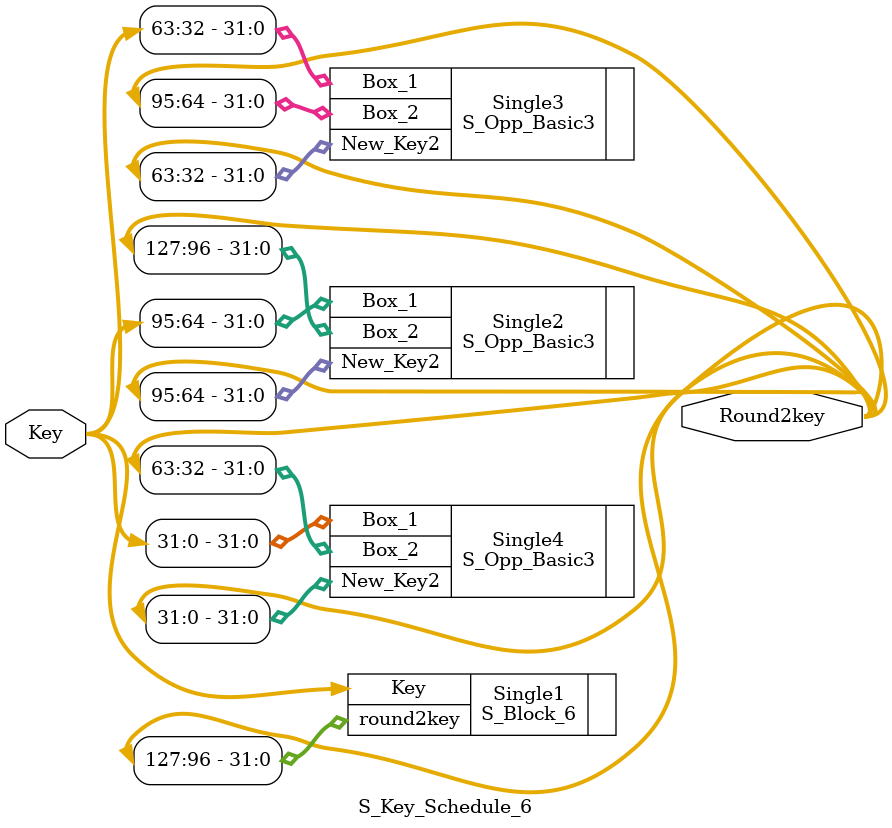
<source format=v>
module S_Key_Schedule_6(Key,Round2key);
  input [127:0]Key;
  output [127:0]Round2key;
  
S_Block_6 Single1 (
                     .Key(Key),                              
                     .round2key(Round2key[127:96])
                    );


S_Opp_Basic3 Single2 (
                       .Box_1(Key[95:64]), 
                       .Box_2(Round2key[127:96]), 
                       .New_Key2(Round2key[95:64])
                      );


S_Opp_Basic3 Single3 (
                       .Box_1(Key[63:32]), 
                       .Box_2(Round2key[95:64]), 
                       .New_Key2(Round2key[63:32])
                      );


S_Opp_Basic3 Single4 (
                       .Box_1(Key[31:0]), 
                       .Box_2(Round2key[63:32]), 
                       .New_Key2(Round2key[31:0])
                      );

endmodule


</source>
